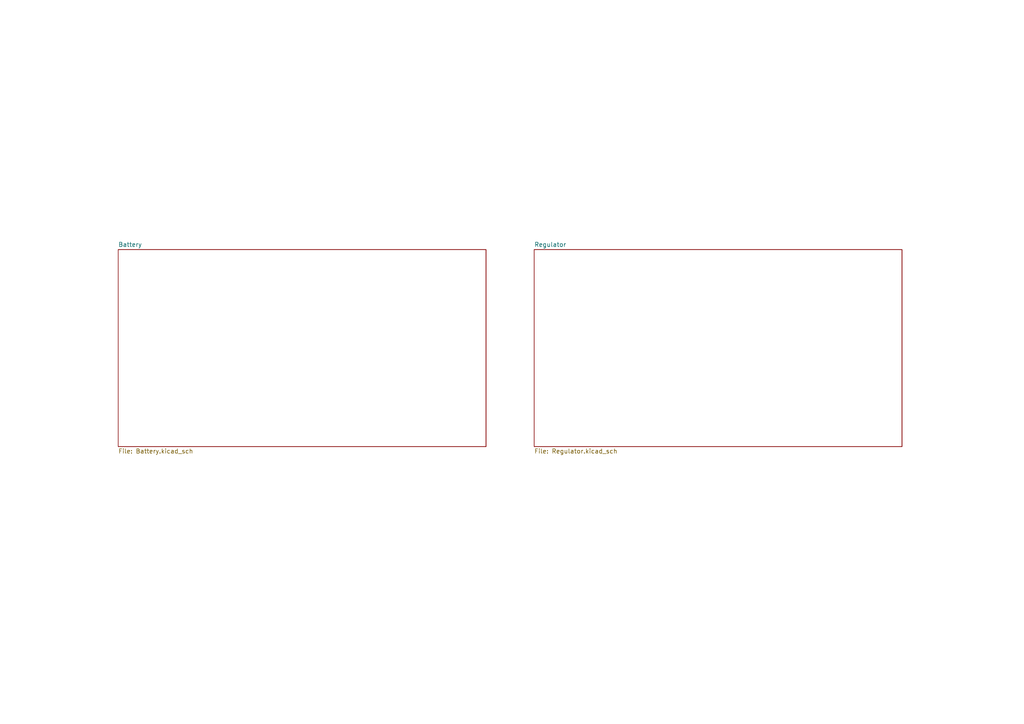
<source format=kicad_sch>
(kicad_sch
	(version 20250114)
	(generator "eeschema")
	(generator_version "9.0")
	(uuid "31b6c323-c569-49bb-be2a-0e0809977ca4")
	(paper "A4")
	(title_block
		(title "BATTERY MODULE")
		(date "2025-03-27")
		(rev "1.1")
		(company "Chapuzas S.L.")
	)
	(lib_symbols)
	(sheet
		(at 34.29 72.39)
		(size 106.68 57.15)
		(exclude_from_sim no)
		(in_bom yes)
		(on_board yes)
		(dnp no)
		(fields_autoplaced yes)
		(stroke
			(width 0.1524)
			(type solid)
		)
		(fill
			(color 0 0 0 0.0000)
		)
		(uuid "0dd6817b-d244-4daa-88db-7eccc4027ce1")
		(property "Sheetname" "Battery"
			(at 34.29 71.6784 0)
			(effects
				(font
					(size 1.27 1.27)
				)
				(justify left bottom)
			)
		)
		(property "Sheetfile" "Battery.kicad_sch"
			(at 34.29 130.1246 0)
			(effects
				(font
					(size 1.27 1.27)
				)
				(justify left top)
			)
		)
		(instances
			(project "BatteryModule"
				(path "/31b6c323-c569-49bb-be2a-0e0809977ca4"
					(page "2")
				)
			)
		)
	)
	(sheet
		(at 154.94 72.39)
		(size 106.68 57.15)
		(exclude_from_sim no)
		(in_bom yes)
		(on_board yes)
		(dnp no)
		(fields_autoplaced yes)
		(stroke
			(width 0.1524)
			(type solid)
		)
		(fill
			(color 0 0 0 0.0000)
		)
		(uuid "860ba1b3-15a5-41eb-845b-167d81e21ddf")
		(property "Sheetname" "Regulator"
			(at 154.94 71.6784 0)
			(effects
				(font
					(size 1.27 1.27)
				)
				(justify left bottom)
			)
		)
		(property "Sheetfile" "Regulator.kicad_sch"
			(at 154.94 130.1246 0)
			(effects
				(font
					(size 1.27 1.27)
				)
				(justify left top)
			)
		)
		(instances
			(project "BatteryModule"
				(path "/31b6c323-c569-49bb-be2a-0e0809977ca4"
					(page "3")
				)
			)
		)
	)
	(sheet_instances
		(path "/"
			(page "1")
		)
	)
	(embedded_fonts no)
)

</source>
